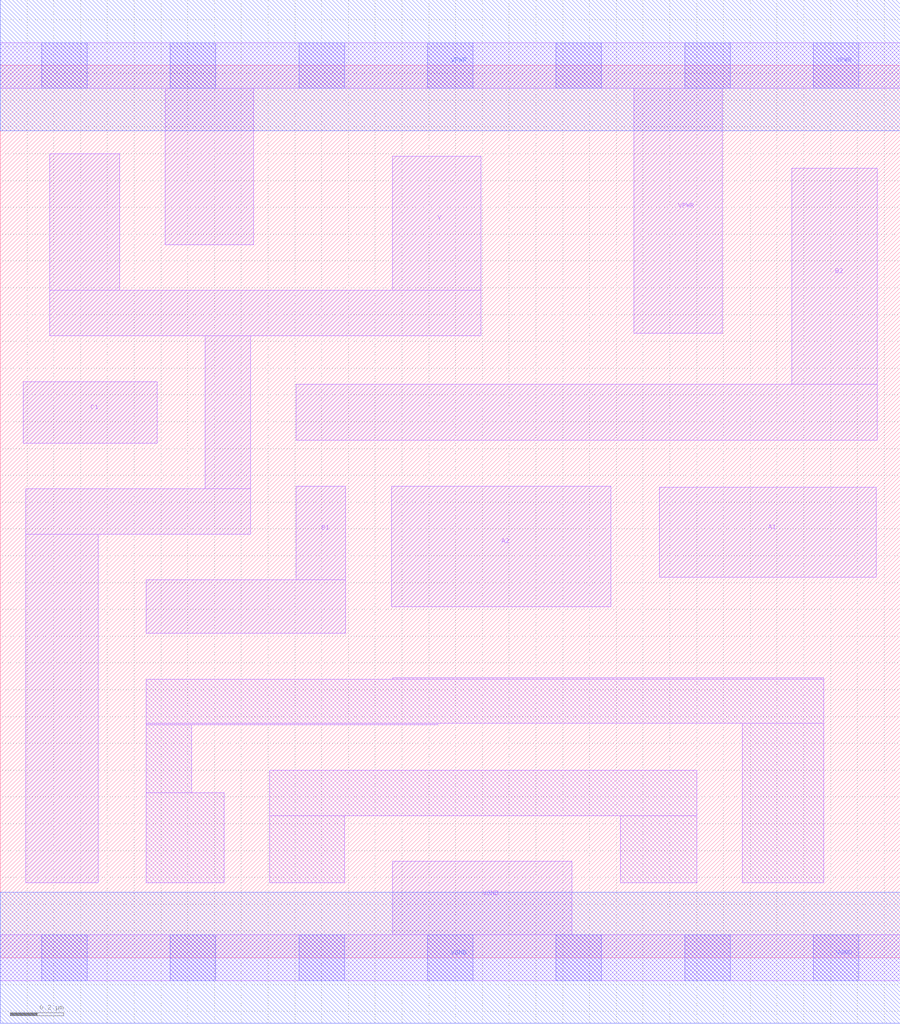
<source format=lef>
# Copyright 2020 The SkyWater PDK Authors
#
# Licensed under the Apache License, Version 2.0 (the "License");
# you may not use this file except in compliance with the License.
# You may obtain a copy of the License at
#
#     https://www.apache.org/licenses/LICENSE-2.0
#
# Unless required by applicable law or agreed to in writing, software
# distributed under the License is distributed on an "AS IS" BASIS,
# WITHOUT WARRANTIES OR CONDITIONS OF ANY KIND, either express or implied.
# See the License for the specific language governing permissions and
# limitations under the License.
#
# SPDX-License-Identifier: Apache-2.0

VERSION 5.7 ;
  NAMESCASESENSITIVE ON ;
  NOWIREEXTENSIONATPIN ON ;
  DIVIDERCHAR "/" ;
  BUSBITCHARS "[]" ;
UNITS
  DATABASE MICRONS 200 ;
END UNITS
MACRO sky130_fd_sc_lp__o221ai_0
  CLASS CORE ;
  SOURCE USER ;
  FOREIGN sky130_fd_sc_lp__o221ai_0 ;
  ORIGIN  0.000000  0.000000 ;
  SIZE  3.360000 BY  3.330000 ;
  SYMMETRY X Y R90 ;
  SITE unit ;
  PIN A1
    ANTENNAGATEAREA  0.159000 ;
    DIRECTION INPUT ;
    USE SIGNAL ;
    PORT
      LAYER li1 ;
        RECT 2.460000 1.420000 3.270000 1.755000 ;
    END
  END A1
  PIN A2
    ANTENNAGATEAREA  0.159000 ;
    DIRECTION INPUT ;
    USE SIGNAL ;
    PORT
      LAYER li1 ;
        RECT 1.460000 1.310000 2.280000 1.760000 ;
    END
  END A2
  PIN B1
    ANTENNAGATEAREA  0.159000 ;
    DIRECTION INPUT ;
    USE SIGNAL ;
    PORT
      LAYER li1 ;
        RECT 0.545000 1.210000 1.290000 1.410000 ;
        RECT 1.105000 1.410000 1.290000 1.760000 ;
    END
  END B1
  PIN B2
    ANTENNAGATEAREA  0.159000 ;
    DIRECTION INPUT ;
    USE SIGNAL ;
    PORT
      LAYER li1 ;
        RECT 1.105000 1.930000 3.275000 2.140000 ;
        RECT 2.955000 2.140000 3.275000 2.945000 ;
    END
  END B2
  PIN C1
    ANTENNAGATEAREA  0.159000 ;
    DIRECTION INPUT ;
    USE SIGNAL ;
    PORT
      LAYER li1 ;
        RECT 0.085000 1.920000 0.585000 2.150000 ;
    END
  END C1
  PIN Y
    ANTENNADIFFAREA  0.530500 ;
    DIRECTION OUTPUT ;
    USE SIGNAL ;
    PORT
      LAYER li1 ;
        RECT 0.095000 0.280000 0.365000 1.580000 ;
        RECT 0.095000 1.580000 0.935000 1.750000 ;
        RECT 0.185000 2.320000 1.795000 2.490000 ;
        RECT 0.185000 2.490000 0.445000 3.000000 ;
        RECT 0.765000 1.750000 0.935000 2.320000 ;
        RECT 1.465000 2.490000 1.795000 2.990000 ;
    END
  END Y
  PIN VGND
    DIRECTION INOUT ;
    USE GROUND ;
    PORT
      LAYER li1 ;
        RECT 0.000000 -0.085000 3.360000 0.085000 ;
        RECT 1.465000  0.085000 2.135000 0.360000 ;
      LAYER mcon ;
        RECT 0.155000 -0.085000 0.325000 0.085000 ;
        RECT 0.635000 -0.085000 0.805000 0.085000 ;
        RECT 1.115000 -0.085000 1.285000 0.085000 ;
        RECT 1.595000 -0.085000 1.765000 0.085000 ;
        RECT 2.075000 -0.085000 2.245000 0.085000 ;
        RECT 2.555000 -0.085000 2.725000 0.085000 ;
        RECT 3.035000 -0.085000 3.205000 0.085000 ;
      LAYER met1 ;
        RECT 0.000000 -0.245000 3.360000 0.245000 ;
    END
  END VGND
  PIN VPWR
    DIRECTION INOUT ;
    USE POWER ;
    PORT
      LAYER li1 ;
        RECT 0.000000 3.245000 3.360000 3.415000 ;
        RECT 0.615000 2.660000 0.945000 3.245000 ;
        RECT 2.365000 2.330000 2.695000 3.245000 ;
      LAYER mcon ;
        RECT 0.155000 3.245000 0.325000 3.415000 ;
        RECT 0.635000 3.245000 0.805000 3.415000 ;
        RECT 1.115000 3.245000 1.285000 3.415000 ;
        RECT 1.595000 3.245000 1.765000 3.415000 ;
        RECT 2.075000 3.245000 2.245000 3.415000 ;
        RECT 2.555000 3.245000 2.725000 3.415000 ;
        RECT 3.035000 3.245000 3.205000 3.415000 ;
      LAYER met1 ;
        RECT 0.000000 3.085000 3.360000 3.575000 ;
    END
  END VPWR
  OBS
    LAYER li1 ;
      RECT 0.545000 0.280000 0.835000 0.615000 ;
      RECT 0.545000 0.615000 0.715000 0.870000 ;
      RECT 0.545000 0.870000 1.635000 0.875000 ;
      RECT 0.545000 0.875000 3.075000 1.040000 ;
      RECT 1.005000 0.280000 1.285000 0.530000 ;
      RECT 1.005000 0.530000 2.600000 0.700000 ;
      RECT 1.465000 1.040000 3.075000 1.045000 ;
      RECT 2.315000 0.280000 2.600000 0.530000 ;
      RECT 2.770000 0.280000 3.075000 0.875000 ;
  END
END sky130_fd_sc_lp__o221ai_0

</source>
